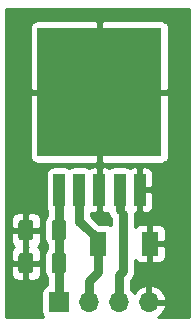
<source format=gbr>
G04 #@! TF.GenerationSoftware,KiCad,Pcbnew,(5.1.4-0-10_14)*
G04 #@! TF.CreationDate,2019-12-03T10:35:53-06:00*
G04 #@! TF.ProjectId,LM2592 Breakout Board,4c4d3235-3932-4204-9272-65616b6f7574,v0.1*
G04 #@! TF.SameCoordinates,Original*
G04 #@! TF.FileFunction,Copper,L1,Top*
G04 #@! TF.FilePolarity,Positive*
%FSLAX46Y46*%
G04 Gerber Fmt 4.6, Leading zero omitted, Abs format (unit mm)*
G04 Created by KiCad (PCBNEW (5.1.4-0-10_14)) date 2019-12-03 10:35:53*
%MOMM*%
%LPD*%
G04 APERTURE LIST*
%ADD10R,1.700000X1.700000*%
%ADD11O,1.700000X1.700000*%
%ADD12R,1.016000X2.692400*%
%ADD13R,10.464800X10.871200*%
%ADD14C,0.100000*%
%ADD15C,1.250000*%
%ADD16R,1.400000X2.100000*%
%ADD17C,0.762000*%
%ADD18C,0.381000*%
%ADD19C,0.254000*%
G04 APERTURE END LIST*
D10*
X173990000Y-96139000D03*
D11*
X176530000Y-96139000D03*
X179070000Y-96139000D03*
X181610000Y-96139000D03*
D12*
X174015400Y-86639400D03*
X175717200Y-86639400D03*
X177419000Y-86639400D03*
X179120800Y-86639400D03*
X180822600Y-86639400D03*
D13*
X177419000Y-78359000D03*
D14*
G36*
X174389504Y-91963204D02*
G01*
X174413773Y-91966804D01*
X174437571Y-91972765D01*
X174460671Y-91981030D01*
X174482849Y-91991520D01*
X174503893Y-92004133D01*
X174523598Y-92018747D01*
X174541777Y-92035223D01*
X174558253Y-92053402D01*
X174572867Y-92073107D01*
X174585480Y-92094151D01*
X174595970Y-92116329D01*
X174604235Y-92139429D01*
X174610196Y-92163227D01*
X174613796Y-92187496D01*
X174615000Y-92212000D01*
X174615000Y-93462000D01*
X174613796Y-93486504D01*
X174610196Y-93510773D01*
X174604235Y-93534571D01*
X174595970Y-93557671D01*
X174585480Y-93579849D01*
X174572867Y-93600893D01*
X174558253Y-93620598D01*
X174541777Y-93638777D01*
X174523598Y-93655253D01*
X174503893Y-93669867D01*
X174482849Y-93682480D01*
X174460671Y-93692970D01*
X174437571Y-93701235D01*
X174413773Y-93707196D01*
X174389504Y-93710796D01*
X174365000Y-93712000D01*
X173615000Y-93712000D01*
X173590496Y-93710796D01*
X173566227Y-93707196D01*
X173542429Y-93701235D01*
X173519329Y-93692970D01*
X173497151Y-93682480D01*
X173476107Y-93669867D01*
X173456402Y-93655253D01*
X173438223Y-93638777D01*
X173421747Y-93620598D01*
X173407133Y-93600893D01*
X173394520Y-93579849D01*
X173384030Y-93557671D01*
X173375765Y-93534571D01*
X173369804Y-93510773D01*
X173366204Y-93486504D01*
X173365000Y-93462000D01*
X173365000Y-92212000D01*
X173366204Y-92187496D01*
X173369804Y-92163227D01*
X173375765Y-92139429D01*
X173384030Y-92116329D01*
X173394520Y-92094151D01*
X173407133Y-92073107D01*
X173421747Y-92053402D01*
X173438223Y-92035223D01*
X173456402Y-92018747D01*
X173476107Y-92004133D01*
X173497151Y-91991520D01*
X173519329Y-91981030D01*
X173542429Y-91972765D01*
X173566227Y-91966804D01*
X173590496Y-91963204D01*
X173615000Y-91962000D01*
X174365000Y-91962000D01*
X174389504Y-91963204D01*
X174389504Y-91963204D01*
G37*
D15*
X173990000Y-92837000D03*
D14*
G36*
X171589504Y-91963204D02*
G01*
X171613773Y-91966804D01*
X171637571Y-91972765D01*
X171660671Y-91981030D01*
X171682849Y-91991520D01*
X171703893Y-92004133D01*
X171723598Y-92018747D01*
X171741777Y-92035223D01*
X171758253Y-92053402D01*
X171772867Y-92073107D01*
X171785480Y-92094151D01*
X171795970Y-92116329D01*
X171804235Y-92139429D01*
X171810196Y-92163227D01*
X171813796Y-92187496D01*
X171815000Y-92212000D01*
X171815000Y-93462000D01*
X171813796Y-93486504D01*
X171810196Y-93510773D01*
X171804235Y-93534571D01*
X171795970Y-93557671D01*
X171785480Y-93579849D01*
X171772867Y-93600893D01*
X171758253Y-93620598D01*
X171741777Y-93638777D01*
X171723598Y-93655253D01*
X171703893Y-93669867D01*
X171682849Y-93682480D01*
X171660671Y-93692970D01*
X171637571Y-93701235D01*
X171613773Y-93707196D01*
X171589504Y-93710796D01*
X171565000Y-93712000D01*
X170815000Y-93712000D01*
X170790496Y-93710796D01*
X170766227Y-93707196D01*
X170742429Y-93701235D01*
X170719329Y-93692970D01*
X170697151Y-93682480D01*
X170676107Y-93669867D01*
X170656402Y-93655253D01*
X170638223Y-93638777D01*
X170621747Y-93620598D01*
X170607133Y-93600893D01*
X170594520Y-93579849D01*
X170584030Y-93557671D01*
X170575765Y-93534571D01*
X170569804Y-93510773D01*
X170566204Y-93486504D01*
X170565000Y-93462000D01*
X170565000Y-92212000D01*
X170566204Y-92187496D01*
X170569804Y-92163227D01*
X170575765Y-92139429D01*
X170584030Y-92116329D01*
X170594520Y-92094151D01*
X170607133Y-92073107D01*
X170621747Y-92053402D01*
X170638223Y-92035223D01*
X170656402Y-92018747D01*
X170676107Y-92004133D01*
X170697151Y-91991520D01*
X170719329Y-91981030D01*
X170742429Y-91972765D01*
X170766227Y-91966804D01*
X170790496Y-91963204D01*
X170815000Y-91962000D01*
X171565000Y-91962000D01*
X171589504Y-91963204D01*
X171589504Y-91963204D01*
G37*
D15*
X171190000Y-92837000D03*
D14*
G36*
X171589504Y-89169204D02*
G01*
X171613773Y-89172804D01*
X171637571Y-89178765D01*
X171660671Y-89187030D01*
X171682849Y-89197520D01*
X171703893Y-89210133D01*
X171723598Y-89224747D01*
X171741777Y-89241223D01*
X171758253Y-89259402D01*
X171772867Y-89279107D01*
X171785480Y-89300151D01*
X171795970Y-89322329D01*
X171804235Y-89345429D01*
X171810196Y-89369227D01*
X171813796Y-89393496D01*
X171815000Y-89418000D01*
X171815000Y-90668000D01*
X171813796Y-90692504D01*
X171810196Y-90716773D01*
X171804235Y-90740571D01*
X171795970Y-90763671D01*
X171785480Y-90785849D01*
X171772867Y-90806893D01*
X171758253Y-90826598D01*
X171741777Y-90844777D01*
X171723598Y-90861253D01*
X171703893Y-90875867D01*
X171682849Y-90888480D01*
X171660671Y-90898970D01*
X171637571Y-90907235D01*
X171613773Y-90913196D01*
X171589504Y-90916796D01*
X171565000Y-90918000D01*
X170815000Y-90918000D01*
X170790496Y-90916796D01*
X170766227Y-90913196D01*
X170742429Y-90907235D01*
X170719329Y-90898970D01*
X170697151Y-90888480D01*
X170676107Y-90875867D01*
X170656402Y-90861253D01*
X170638223Y-90844777D01*
X170621747Y-90826598D01*
X170607133Y-90806893D01*
X170594520Y-90785849D01*
X170584030Y-90763671D01*
X170575765Y-90740571D01*
X170569804Y-90716773D01*
X170566204Y-90692504D01*
X170565000Y-90668000D01*
X170565000Y-89418000D01*
X170566204Y-89393496D01*
X170569804Y-89369227D01*
X170575765Y-89345429D01*
X170584030Y-89322329D01*
X170594520Y-89300151D01*
X170607133Y-89279107D01*
X170621747Y-89259402D01*
X170638223Y-89241223D01*
X170656402Y-89224747D01*
X170676107Y-89210133D01*
X170697151Y-89197520D01*
X170719329Y-89187030D01*
X170742429Y-89178765D01*
X170766227Y-89172804D01*
X170790496Y-89169204D01*
X170815000Y-89168000D01*
X171565000Y-89168000D01*
X171589504Y-89169204D01*
X171589504Y-89169204D01*
G37*
D15*
X171190000Y-90043000D03*
D14*
G36*
X174389504Y-89169204D02*
G01*
X174413773Y-89172804D01*
X174437571Y-89178765D01*
X174460671Y-89187030D01*
X174482849Y-89197520D01*
X174503893Y-89210133D01*
X174523598Y-89224747D01*
X174541777Y-89241223D01*
X174558253Y-89259402D01*
X174572867Y-89279107D01*
X174585480Y-89300151D01*
X174595970Y-89322329D01*
X174604235Y-89345429D01*
X174610196Y-89369227D01*
X174613796Y-89393496D01*
X174615000Y-89418000D01*
X174615000Y-90668000D01*
X174613796Y-90692504D01*
X174610196Y-90716773D01*
X174604235Y-90740571D01*
X174595970Y-90763671D01*
X174585480Y-90785849D01*
X174572867Y-90806893D01*
X174558253Y-90826598D01*
X174541777Y-90844777D01*
X174523598Y-90861253D01*
X174503893Y-90875867D01*
X174482849Y-90888480D01*
X174460671Y-90898970D01*
X174437571Y-90907235D01*
X174413773Y-90913196D01*
X174389504Y-90916796D01*
X174365000Y-90918000D01*
X173615000Y-90918000D01*
X173590496Y-90916796D01*
X173566227Y-90913196D01*
X173542429Y-90907235D01*
X173519329Y-90898970D01*
X173497151Y-90888480D01*
X173476107Y-90875867D01*
X173456402Y-90861253D01*
X173438223Y-90844777D01*
X173421747Y-90826598D01*
X173407133Y-90806893D01*
X173394520Y-90785849D01*
X173384030Y-90763671D01*
X173375765Y-90740571D01*
X173369804Y-90716773D01*
X173366204Y-90692504D01*
X173365000Y-90668000D01*
X173365000Y-89418000D01*
X173366204Y-89393496D01*
X173369804Y-89369227D01*
X173375765Y-89345429D01*
X173384030Y-89322329D01*
X173394520Y-89300151D01*
X173407133Y-89279107D01*
X173421747Y-89259402D01*
X173438223Y-89241223D01*
X173456402Y-89224747D01*
X173476107Y-89210133D01*
X173497151Y-89197520D01*
X173519329Y-89187030D01*
X173542429Y-89178765D01*
X173566227Y-89172804D01*
X173590496Y-89169204D01*
X173615000Y-89168000D01*
X174365000Y-89168000D01*
X174389504Y-89169204D01*
X174389504Y-89169204D01*
G37*
D15*
X173990000Y-90043000D03*
D16*
X177292000Y-91186000D03*
X181692000Y-91186000D03*
D17*
X174015400Y-86639400D02*
X174015400Y-90144600D01*
D18*
X174015400Y-90144600D02*
X173990000Y-90170000D01*
D17*
X173990000Y-90170000D02*
X173990000Y-96012000D01*
D18*
X179120800Y-88366600D02*
X179425600Y-88671400D01*
D17*
X179120800Y-86639400D02*
X179120800Y-88366600D01*
X179425600Y-88671400D02*
X179425600Y-93522800D01*
X179425600Y-93522800D02*
X179070000Y-93878400D01*
X179070000Y-93878400D02*
X179070000Y-96113600D01*
X175813200Y-89357200D02*
X177292000Y-90836000D01*
X177292000Y-90836000D02*
X177292000Y-93573600D01*
X177292000Y-93573600D02*
X176530000Y-94335600D01*
X176530000Y-94335600D02*
X176530000Y-95554800D01*
D18*
X175717200Y-89357200D02*
X175813200Y-89357200D01*
D17*
X175717200Y-86639400D02*
X175717200Y-89357200D01*
D19*
G36*
X184963201Y-97384000D02*
G01*
X182412637Y-97384000D01*
X182610269Y-97236588D01*
X182805178Y-97020355D01*
X182954157Y-96770252D01*
X183051481Y-96495891D01*
X182930814Y-96266000D01*
X181737000Y-96266000D01*
X181737000Y-96286000D01*
X181483000Y-96286000D01*
X181483000Y-96266000D01*
X181463000Y-96266000D01*
X181463000Y-96012000D01*
X181483000Y-96012000D01*
X181483000Y-94818845D01*
X181737000Y-94818845D01*
X181737000Y-96012000D01*
X182930814Y-96012000D01*
X183051481Y-95782109D01*
X182954157Y-95507748D01*
X182805178Y-95257645D01*
X182610269Y-95041412D01*
X182376920Y-94867359D01*
X182114099Y-94742175D01*
X181966890Y-94697524D01*
X181737000Y-94818845D01*
X181483000Y-94818845D01*
X181253110Y-94697524D01*
X181105901Y-94742175D01*
X180843080Y-94867359D01*
X180609731Y-95041412D01*
X180414822Y-95257645D01*
X180345201Y-95374523D01*
X180310706Y-95309986D01*
X180125134Y-95083866D01*
X180086000Y-95051750D01*
X180086000Y-94299240D01*
X180108727Y-94276513D01*
X180147496Y-94244696D01*
X180274460Y-94089990D01*
X180368802Y-93913487D01*
X180426898Y-93721971D01*
X180441600Y-93572702D01*
X180441600Y-93572695D01*
X180446514Y-93522801D01*
X180441600Y-93472907D01*
X180441600Y-92553334D01*
X180461463Y-92590494D01*
X180540815Y-92687185D01*
X180637506Y-92766537D01*
X180747820Y-92825502D01*
X180867518Y-92861812D01*
X180992000Y-92874072D01*
X181406250Y-92871000D01*
X181565000Y-92712250D01*
X181565000Y-91313000D01*
X181819000Y-91313000D01*
X181819000Y-92712250D01*
X181977750Y-92871000D01*
X182392000Y-92874072D01*
X182516482Y-92861812D01*
X182636180Y-92825502D01*
X182746494Y-92766537D01*
X182843185Y-92687185D01*
X182922537Y-92590494D01*
X182981502Y-92480180D01*
X183017812Y-92360482D01*
X183030072Y-92236000D01*
X183027000Y-91471750D01*
X182868250Y-91313000D01*
X181819000Y-91313000D01*
X181565000Y-91313000D01*
X181545000Y-91313000D01*
X181545000Y-91059000D01*
X181565000Y-91059000D01*
X181565000Y-89659750D01*
X181819000Y-89659750D01*
X181819000Y-91059000D01*
X182868250Y-91059000D01*
X183027000Y-90900250D01*
X183030072Y-90136000D01*
X183017812Y-90011518D01*
X182981502Y-89891820D01*
X182922537Y-89781506D01*
X182843185Y-89684815D01*
X182746494Y-89605463D01*
X182636180Y-89546498D01*
X182516482Y-89510188D01*
X182392000Y-89497928D01*
X181977750Y-89501000D01*
X181819000Y-89659750D01*
X181565000Y-89659750D01*
X181406250Y-89501000D01*
X180992000Y-89497928D01*
X180867518Y-89510188D01*
X180747820Y-89546498D01*
X180637506Y-89605463D01*
X180540815Y-89684815D01*
X180461463Y-89781506D01*
X180441600Y-89818666D01*
X180441600Y-88621917D01*
X180536850Y-88620600D01*
X180695600Y-88461850D01*
X180695600Y-86766400D01*
X180949600Y-86766400D01*
X180949600Y-88461850D01*
X181108350Y-88620600D01*
X181330600Y-88623672D01*
X181455082Y-88611412D01*
X181574780Y-88575102D01*
X181685094Y-88516137D01*
X181781785Y-88436785D01*
X181861137Y-88340094D01*
X181920102Y-88229780D01*
X181956412Y-88110082D01*
X181968672Y-87985600D01*
X181965600Y-86925150D01*
X181806850Y-86766400D01*
X180949600Y-86766400D01*
X180695600Y-86766400D01*
X180675600Y-86766400D01*
X180675600Y-86512400D01*
X180695600Y-86512400D01*
X180695600Y-84816950D01*
X180949600Y-84816950D01*
X180949600Y-86512400D01*
X181806850Y-86512400D01*
X181965600Y-86353650D01*
X181968672Y-85293200D01*
X181956412Y-85168718D01*
X181920102Y-85049020D01*
X181861137Y-84938706D01*
X181781785Y-84842015D01*
X181685094Y-84762663D01*
X181574780Y-84703698D01*
X181455082Y-84667388D01*
X181330600Y-84655128D01*
X181108350Y-84658200D01*
X180949600Y-84816950D01*
X180695600Y-84816950D01*
X180536850Y-84658200D01*
X180314600Y-84655128D01*
X180190118Y-84667388D01*
X180070420Y-84703698D01*
X179971700Y-84756466D01*
X179872980Y-84703698D01*
X179753282Y-84667388D01*
X179628800Y-84655128D01*
X178612800Y-84655128D01*
X178488318Y-84667388D01*
X178368620Y-84703698D01*
X178269900Y-84756466D01*
X178171180Y-84703698D01*
X178051482Y-84667388D01*
X177927000Y-84655128D01*
X177704750Y-84658200D01*
X177546000Y-84816950D01*
X177546000Y-86512400D01*
X177566000Y-86512400D01*
X177566000Y-86766400D01*
X177546000Y-86766400D01*
X177546000Y-88461850D01*
X177704750Y-88620600D01*
X177927000Y-88623672D01*
X178051482Y-88611412D01*
X178126450Y-88588671D01*
X178177599Y-88757287D01*
X178271941Y-88933790D01*
X178398905Y-89088496D01*
X178409600Y-89097273D01*
X178409600Y-89657253D01*
X178346494Y-89605463D01*
X178236180Y-89546498D01*
X178116482Y-89510188D01*
X177992000Y-89497928D01*
X177390769Y-89497928D01*
X176733200Y-88840360D01*
X176733200Y-88595238D01*
X176786518Y-88611412D01*
X176911000Y-88623672D01*
X177133250Y-88620600D01*
X177292000Y-88461850D01*
X177292000Y-86766400D01*
X177272000Y-86766400D01*
X177272000Y-86512400D01*
X177292000Y-86512400D01*
X177292000Y-84816950D01*
X177133250Y-84658200D01*
X176911000Y-84655128D01*
X176786518Y-84667388D01*
X176666820Y-84703698D01*
X176568100Y-84756466D01*
X176469380Y-84703698D01*
X176349682Y-84667388D01*
X176225200Y-84655128D01*
X175209200Y-84655128D01*
X175084718Y-84667388D01*
X174965020Y-84703698D01*
X174866300Y-84756466D01*
X174767580Y-84703698D01*
X174647882Y-84667388D01*
X174523400Y-84655128D01*
X173507400Y-84655128D01*
X173382918Y-84667388D01*
X173263220Y-84703698D01*
X173152906Y-84762663D01*
X173056215Y-84842015D01*
X172976863Y-84938706D01*
X172917898Y-85049020D01*
X172881588Y-85168718D01*
X172869328Y-85293200D01*
X172869328Y-87985600D01*
X172881588Y-88110082D01*
X172917898Y-88229780D01*
X172976863Y-88340094D01*
X172999400Y-88367556D01*
X172999401Y-88779892D01*
X172987038Y-88790038D01*
X172876595Y-88924614D01*
X172794528Y-89078150D01*
X172743992Y-89244746D01*
X172726928Y-89418000D01*
X172726928Y-90668000D01*
X172743992Y-90841254D01*
X172794528Y-91007850D01*
X172876595Y-91161386D01*
X172974000Y-91280075D01*
X172974000Y-91599925D01*
X172876595Y-91718614D01*
X172794528Y-91872150D01*
X172743992Y-92038746D01*
X172726928Y-92212000D01*
X172726928Y-93462000D01*
X172743992Y-93635254D01*
X172794528Y-93801850D01*
X172876595Y-93955386D01*
X172974001Y-94074076D01*
X172974001Y-94675782D01*
X172895820Y-94699498D01*
X172785506Y-94758463D01*
X172688815Y-94837815D01*
X172609463Y-94934506D01*
X172550498Y-95044820D01*
X172514188Y-95164518D01*
X172501928Y-95289000D01*
X172501928Y-96989000D01*
X172514188Y-97113482D01*
X172550498Y-97233180D01*
X172609463Y-97343494D01*
X172642705Y-97384000D01*
X169519200Y-97384000D01*
X169519200Y-93712000D01*
X169926928Y-93712000D01*
X169939188Y-93836482D01*
X169975498Y-93956180D01*
X170034463Y-94066494D01*
X170113815Y-94163185D01*
X170210506Y-94242537D01*
X170320820Y-94301502D01*
X170440518Y-94337812D01*
X170565000Y-94350072D01*
X170904250Y-94347000D01*
X171063000Y-94188250D01*
X171063000Y-92964000D01*
X171317000Y-92964000D01*
X171317000Y-94188250D01*
X171475750Y-94347000D01*
X171815000Y-94350072D01*
X171939482Y-94337812D01*
X172059180Y-94301502D01*
X172169494Y-94242537D01*
X172266185Y-94163185D01*
X172345537Y-94066494D01*
X172404502Y-93956180D01*
X172440812Y-93836482D01*
X172453072Y-93712000D01*
X172450000Y-93122750D01*
X172291250Y-92964000D01*
X171317000Y-92964000D01*
X171063000Y-92964000D01*
X170088750Y-92964000D01*
X169930000Y-93122750D01*
X169926928Y-93712000D01*
X169519200Y-93712000D01*
X169519200Y-90918000D01*
X169926928Y-90918000D01*
X169939188Y-91042482D01*
X169975498Y-91162180D01*
X170034463Y-91272494D01*
X170113815Y-91369185D01*
X170200104Y-91440000D01*
X170113815Y-91510815D01*
X170034463Y-91607506D01*
X169975498Y-91717820D01*
X169939188Y-91837518D01*
X169926928Y-91962000D01*
X169930000Y-92551250D01*
X170088750Y-92710000D01*
X171063000Y-92710000D01*
X171063000Y-91485750D01*
X171017250Y-91440000D01*
X171063000Y-91394250D01*
X171063000Y-90170000D01*
X171317000Y-90170000D01*
X171317000Y-91394250D01*
X171362750Y-91440000D01*
X171317000Y-91485750D01*
X171317000Y-92710000D01*
X172291250Y-92710000D01*
X172450000Y-92551250D01*
X172453072Y-91962000D01*
X172440812Y-91837518D01*
X172404502Y-91717820D01*
X172345537Y-91607506D01*
X172266185Y-91510815D01*
X172179896Y-91440000D01*
X172266185Y-91369185D01*
X172345537Y-91272494D01*
X172404502Y-91162180D01*
X172440812Y-91042482D01*
X172453072Y-90918000D01*
X172450000Y-90328750D01*
X172291250Y-90170000D01*
X171317000Y-90170000D01*
X171063000Y-90170000D01*
X170088750Y-90170000D01*
X169930000Y-90328750D01*
X169926928Y-90918000D01*
X169519200Y-90918000D01*
X169519200Y-89168000D01*
X169926928Y-89168000D01*
X169930000Y-89757250D01*
X170088750Y-89916000D01*
X171063000Y-89916000D01*
X171063000Y-88691750D01*
X171317000Y-88691750D01*
X171317000Y-89916000D01*
X172291250Y-89916000D01*
X172450000Y-89757250D01*
X172453072Y-89168000D01*
X172440812Y-89043518D01*
X172404502Y-88923820D01*
X172345537Y-88813506D01*
X172266185Y-88716815D01*
X172169494Y-88637463D01*
X172059180Y-88578498D01*
X171939482Y-88542188D01*
X171815000Y-88529928D01*
X171475750Y-88533000D01*
X171317000Y-88691750D01*
X171063000Y-88691750D01*
X170904250Y-88533000D01*
X170565000Y-88529928D01*
X170440518Y-88542188D01*
X170320820Y-88578498D01*
X170210506Y-88637463D01*
X170113815Y-88716815D01*
X170034463Y-88813506D01*
X169975498Y-88923820D01*
X169939188Y-89043518D01*
X169926928Y-89168000D01*
X169519200Y-89168000D01*
X169519200Y-83794600D01*
X171548528Y-83794600D01*
X171560788Y-83919082D01*
X171597098Y-84038780D01*
X171656063Y-84149094D01*
X171735415Y-84245785D01*
X171832106Y-84325137D01*
X171942420Y-84384102D01*
X172062118Y-84420412D01*
X172186600Y-84432672D01*
X177133250Y-84429600D01*
X177292000Y-84270850D01*
X177292000Y-78486000D01*
X177546000Y-78486000D01*
X177546000Y-84270850D01*
X177704750Y-84429600D01*
X182651400Y-84432672D01*
X182775882Y-84420412D01*
X182895580Y-84384102D01*
X183005894Y-84325137D01*
X183102585Y-84245785D01*
X183181937Y-84149094D01*
X183240902Y-84038780D01*
X183277212Y-83919082D01*
X183289472Y-83794600D01*
X183286400Y-78644750D01*
X183127650Y-78486000D01*
X177546000Y-78486000D01*
X177292000Y-78486000D01*
X171710350Y-78486000D01*
X171551600Y-78644750D01*
X171548528Y-83794600D01*
X169519200Y-83794600D01*
X169519200Y-72923400D01*
X171548528Y-72923400D01*
X171551600Y-78073250D01*
X171710350Y-78232000D01*
X177292000Y-78232000D01*
X177292000Y-72447150D01*
X177546000Y-72447150D01*
X177546000Y-78232000D01*
X183127650Y-78232000D01*
X183286400Y-78073250D01*
X183289472Y-72923400D01*
X183277212Y-72798918D01*
X183240902Y-72679220D01*
X183181937Y-72568906D01*
X183102585Y-72472215D01*
X183005894Y-72392863D01*
X182895580Y-72333898D01*
X182775882Y-72297588D01*
X182651400Y-72285328D01*
X177704750Y-72288400D01*
X177546000Y-72447150D01*
X177292000Y-72447150D01*
X177133250Y-72288400D01*
X172186600Y-72285328D01*
X172062118Y-72297588D01*
X171942420Y-72333898D01*
X171832106Y-72392863D01*
X171735415Y-72472215D01*
X171656063Y-72568906D01*
X171597098Y-72679220D01*
X171560788Y-72798918D01*
X171548528Y-72923400D01*
X169519200Y-72923400D01*
X169519200Y-71322800D01*
X184963200Y-71322800D01*
X184963201Y-97384000D01*
X184963201Y-97384000D01*
G37*
X184963201Y-97384000D02*
X182412637Y-97384000D01*
X182610269Y-97236588D01*
X182805178Y-97020355D01*
X182954157Y-96770252D01*
X183051481Y-96495891D01*
X182930814Y-96266000D01*
X181737000Y-96266000D01*
X181737000Y-96286000D01*
X181483000Y-96286000D01*
X181483000Y-96266000D01*
X181463000Y-96266000D01*
X181463000Y-96012000D01*
X181483000Y-96012000D01*
X181483000Y-94818845D01*
X181737000Y-94818845D01*
X181737000Y-96012000D01*
X182930814Y-96012000D01*
X183051481Y-95782109D01*
X182954157Y-95507748D01*
X182805178Y-95257645D01*
X182610269Y-95041412D01*
X182376920Y-94867359D01*
X182114099Y-94742175D01*
X181966890Y-94697524D01*
X181737000Y-94818845D01*
X181483000Y-94818845D01*
X181253110Y-94697524D01*
X181105901Y-94742175D01*
X180843080Y-94867359D01*
X180609731Y-95041412D01*
X180414822Y-95257645D01*
X180345201Y-95374523D01*
X180310706Y-95309986D01*
X180125134Y-95083866D01*
X180086000Y-95051750D01*
X180086000Y-94299240D01*
X180108727Y-94276513D01*
X180147496Y-94244696D01*
X180274460Y-94089990D01*
X180368802Y-93913487D01*
X180426898Y-93721971D01*
X180441600Y-93572702D01*
X180441600Y-93572695D01*
X180446514Y-93522801D01*
X180441600Y-93472907D01*
X180441600Y-92553334D01*
X180461463Y-92590494D01*
X180540815Y-92687185D01*
X180637506Y-92766537D01*
X180747820Y-92825502D01*
X180867518Y-92861812D01*
X180992000Y-92874072D01*
X181406250Y-92871000D01*
X181565000Y-92712250D01*
X181565000Y-91313000D01*
X181819000Y-91313000D01*
X181819000Y-92712250D01*
X181977750Y-92871000D01*
X182392000Y-92874072D01*
X182516482Y-92861812D01*
X182636180Y-92825502D01*
X182746494Y-92766537D01*
X182843185Y-92687185D01*
X182922537Y-92590494D01*
X182981502Y-92480180D01*
X183017812Y-92360482D01*
X183030072Y-92236000D01*
X183027000Y-91471750D01*
X182868250Y-91313000D01*
X181819000Y-91313000D01*
X181565000Y-91313000D01*
X181545000Y-91313000D01*
X181545000Y-91059000D01*
X181565000Y-91059000D01*
X181565000Y-89659750D01*
X181819000Y-89659750D01*
X181819000Y-91059000D01*
X182868250Y-91059000D01*
X183027000Y-90900250D01*
X183030072Y-90136000D01*
X183017812Y-90011518D01*
X182981502Y-89891820D01*
X182922537Y-89781506D01*
X182843185Y-89684815D01*
X182746494Y-89605463D01*
X182636180Y-89546498D01*
X182516482Y-89510188D01*
X182392000Y-89497928D01*
X181977750Y-89501000D01*
X181819000Y-89659750D01*
X181565000Y-89659750D01*
X181406250Y-89501000D01*
X180992000Y-89497928D01*
X180867518Y-89510188D01*
X180747820Y-89546498D01*
X180637506Y-89605463D01*
X180540815Y-89684815D01*
X180461463Y-89781506D01*
X180441600Y-89818666D01*
X180441600Y-88621917D01*
X180536850Y-88620600D01*
X180695600Y-88461850D01*
X180695600Y-86766400D01*
X180949600Y-86766400D01*
X180949600Y-88461850D01*
X181108350Y-88620600D01*
X181330600Y-88623672D01*
X181455082Y-88611412D01*
X181574780Y-88575102D01*
X181685094Y-88516137D01*
X181781785Y-88436785D01*
X181861137Y-88340094D01*
X181920102Y-88229780D01*
X181956412Y-88110082D01*
X181968672Y-87985600D01*
X181965600Y-86925150D01*
X181806850Y-86766400D01*
X180949600Y-86766400D01*
X180695600Y-86766400D01*
X180675600Y-86766400D01*
X180675600Y-86512400D01*
X180695600Y-86512400D01*
X180695600Y-84816950D01*
X180949600Y-84816950D01*
X180949600Y-86512400D01*
X181806850Y-86512400D01*
X181965600Y-86353650D01*
X181968672Y-85293200D01*
X181956412Y-85168718D01*
X181920102Y-85049020D01*
X181861137Y-84938706D01*
X181781785Y-84842015D01*
X181685094Y-84762663D01*
X181574780Y-84703698D01*
X181455082Y-84667388D01*
X181330600Y-84655128D01*
X181108350Y-84658200D01*
X180949600Y-84816950D01*
X180695600Y-84816950D01*
X180536850Y-84658200D01*
X180314600Y-84655128D01*
X180190118Y-84667388D01*
X180070420Y-84703698D01*
X179971700Y-84756466D01*
X179872980Y-84703698D01*
X179753282Y-84667388D01*
X179628800Y-84655128D01*
X178612800Y-84655128D01*
X178488318Y-84667388D01*
X178368620Y-84703698D01*
X178269900Y-84756466D01*
X178171180Y-84703698D01*
X178051482Y-84667388D01*
X177927000Y-84655128D01*
X177704750Y-84658200D01*
X177546000Y-84816950D01*
X177546000Y-86512400D01*
X177566000Y-86512400D01*
X177566000Y-86766400D01*
X177546000Y-86766400D01*
X177546000Y-88461850D01*
X177704750Y-88620600D01*
X177927000Y-88623672D01*
X178051482Y-88611412D01*
X178126450Y-88588671D01*
X178177599Y-88757287D01*
X178271941Y-88933790D01*
X178398905Y-89088496D01*
X178409600Y-89097273D01*
X178409600Y-89657253D01*
X178346494Y-89605463D01*
X178236180Y-89546498D01*
X178116482Y-89510188D01*
X177992000Y-89497928D01*
X177390769Y-89497928D01*
X176733200Y-88840360D01*
X176733200Y-88595238D01*
X176786518Y-88611412D01*
X176911000Y-88623672D01*
X177133250Y-88620600D01*
X177292000Y-88461850D01*
X177292000Y-86766400D01*
X177272000Y-86766400D01*
X177272000Y-86512400D01*
X177292000Y-86512400D01*
X177292000Y-84816950D01*
X177133250Y-84658200D01*
X176911000Y-84655128D01*
X176786518Y-84667388D01*
X176666820Y-84703698D01*
X176568100Y-84756466D01*
X176469380Y-84703698D01*
X176349682Y-84667388D01*
X176225200Y-84655128D01*
X175209200Y-84655128D01*
X175084718Y-84667388D01*
X174965020Y-84703698D01*
X174866300Y-84756466D01*
X174767580Y-84703698D01*
X174647882Y-84667388D01*
X174523400Y-84655128D01*
X173507400Y-84655128D01*
X173382918Y-84667388D01*
X173263220Y-84703698D01*
X173152906Y-84762663D01*
X173056215Y-84842015D01*
X172976863Y-84938706D01*
X172917898Y-85049020D01*
X172881588Y-85168718D01*
X172869328Y-85293200D01*
X172869328Y-87985600D01*
X172881588Y-88110082D01*
X172917898Y-88229780D01*
X172976863Y-88340094D01*
X172999400Y-88367556D01*
X172999401Y-88779892D01*
X172987038Y-88790038D01*
X172876595Y-88924614D01*
X172794528Y-89078150D01*
X172743992Y-89244746D01*
X172726928Y-89418000D01*
X172726928Y-90668000D01*
X172743992Y-90841254D01*
X172794528Y-91007850D01*
X172876595Y-91161386D01*
X172974000Y-91280075D01*
X172974000Y-91599925D01*
X172876595Y-91718614D01*
X172794528Y-91872150D01*
X172743992Y-92038746D01*
X172726928Y-92212000D01*
X172726928Y-93462000D01*
X172743992Y-93635254D01*
X172794528Y-93801850D01*
X172876595Y-93955386D01*
X172974001Y-94074076D01*
X172974001Y-94675782D01*
X172895820Y-94699498D01*
X172785506Y-94758463D01*
X172688815Y-94837815D01*
X172609463Y-94934506D01*
X172550498Y-95044820D01*
X172514188Y-95164518D01*
X172501928Y-95289000D01*
X172501928Y-96989000D01*
X172514188Y-97113482D01*
X172550498Y-97233180D01*
X172609463Y-97343494D01*
X172642705Y-97384000D01*
X169519200Y-97384000D01*
X169519200Y-93712000D01*
X169926928Y-93712000D01*
X169939188Y-93836482D01*
X169975498Y-93956180D01*
X170034463Y-94066494D01*
X170113815Y-94163185D01*
X170210506Y-94242537D01*
X170320820Y-94301502D01*
X170440518Y-94337812D01*
X170565000Y-94350072D01*
X170904250Y-94347000D01*
X171063000Y-94188250D01*
X171063000Y-92964000D01*
X171317000Y-92964000D01*
X171317000Y-94188250D01*
X171475750Y-94347000D01*
X171815000Y-94350072D01*
X171939482Y-94337812D01*
X172059180Y-94301502D01*
X172169494Y-94242537D01*
X172266185Y-94163185D01*
X172345537Y-94066494D01*
X172404502Y-93956180D01*
X172440812Y-93836482D01*
X172453072Y-93712000D01*
X172450000Y-93122750D01*
X172291250Y-92964000D01*
X171317000Y-92964000D01*
X171063000Y-92964000D01*
X170088750Y-92964000D01*
X169930000Y-93122750D01*
X169926928Y-93712000D01*
X169519200Y-93712000D01*
X169519200Y-90918000D01*
X169926928Y-90918000D01*
X169939188Y-91042482D01*
X169975498Y-91162180D01*
X170034463Y-91272494D01*
X170113815Y-91369185D01*
X170200104Y-91440000D01*
X170113815Y-91510815D01*
X170034463Y-91607506D01*
X169975498Y-91717820D01*
X169939188Y-91837518D01*
X169926928Y-91962000D01*
X169930000Y-92551250D01*
X170088750Y-92710000D01*
X171063000Y-92710000D01*
X171063000Y-91485750D01*
X171017250Y-91440000D01*
X171063000Y-91394250D01*
X171063000Y-90170000D01*
X171317000Y-90170000D01*
X171317000Y-91394250D01*
X171362750Y-91440000D01*
X171317000Y-91485750D01*
X171317000Y-92710000D01*
X172291250Y-92710000D01*
X172450000Y-92551250D01*
X172453072Y-91962000D01*
X172440812Y-91837518D01*
X172404502Y-91717820D01*
X172345537Y-91607506D01*
X172266185Y-91510815D01*
X172179896Y-91440000D01*
X172266185Y-91369185D01*
X172345537Y-91272494D01*
X172404502Y-91162180D01*
X172440812Y-91042482D01*
X172453072Y-90918000D01*
X172450000Y-90328750D01*
X172291250Y-90170000D01*
X171317000Y-90170000D01*
X171063000Y-90170000D01*
X170088750Y-90170000D01*
X169930000Y-90328750D01*
X169926928Y-90918000D01*
X169519200Y-90918000D01*
X169519200Y-89168000D01*
X169926928Y-89168000D01*
X169930000Y-89757250D01*
X170088750Y-89916000D01*
X171063000Y-89916000D01*
X171063000Y-88691750D01*
X171317000Y-88691750D01*
X171317000Y-89916000D01*
X172291250Y-89916000D01*
X172450000Y-89757250D01*
X172453072Y-89168000D01*
X172440812Y-89043518D01*
X172404502Y-88923820D01*
X172345537Y-88813506D01*
X172266185Y-88716815D01*
X172169494Y-88637463D01*
X172059180Y-88578498D01*
X171939482Y-88542188D01*
X171815000Y-88529928D01*
X171475750Y-88533000D01*
X171317000Y-88691750D01*
X171063000Y-88691750D01*
X170904250Y-88533000D01*
X170565000Y-88529928D01*
X170440518Y-88542188D01*
X170320820Y-88578498D01*
X170210506Y-88637463D01*
X170113815Y-88716815D01*
X170034463Y-88813506D01*
X169975498Y-88923820D01*
X169939188Y-89043518D01*
X169926928Y-89168000D01*
X169519200Y-89168000D01*
X169519200Y-83794600D01*
X171548528Y-83794600D01*
X171560788Y-83919082D01*
X171597098Y-84038780D01*
X171656063Y-84149094D01*
X171735415Y-84245785D01*
X171832106Y-84325137D01*
X171942420Y-84384102D01*
X172062118Y-84420412D01*
X172186600Y-84432672D01*
X177133250Y-84429600D01*
X177292000Y-84270850D01*
X177292000Y-78486000D01*
X177546000Y-78486000D01*
X177546000Y-84270850D01*
X177704750Y-84429600D01*
X182651400Y-84432672D01*
X182775882Y-84420412D01*
X182895580Y-84384102D01*
X183005894Y-84325137D01*
X183102585Y-84245785D01*
X183181937Y-84149094D01*
X183240902Y-84038780D01*
X183277212Y-83919082D01*
X183289472Y-83794600D01*
X183286400Y-78644750D01*
X183127650Y-78486000D01*
X177546000Y-78486000D01*
X177292000Y-78486000D01*
X171710350Y-78486000D01*
X171551600Y-78644750D01*
X171548528Y-83794600D01*
X169519200Y-83794600D01*
X169519200Y-72923400D01*
X171548528Y-72923400D01*
X171551600Y-78073250D01*
X171710350Y-78232000D01*
X177292000Y-78232000D01*
X177292000Y-72447150D01*
X177546000Y-72447150D01*
X177546000Y-78232000D01*
X183127650Y-78232000D01*
X183286400Y-78073250D01*
X183289472Y-72923400D01*
X183277212Y-72798918D01*
X183240902Y-72679220D01*
X183181937Y-72568906D01*
X183102585Y-72472215D01*
X183005894Y-72392863D01*
X182895580Y-72333898D01*
X182775882Y-72297588D01*
X182651400Y-72285328D01*
X177704750Y-72288400D01*
X177546000Y-72447150D01*
X177292000Y-72447150D01*
X177133250Y-72288400D01*
X172186600Y-72285328D01*
X172062118Y-72297588D01*
X171942420Y-72333898D01*
X171832106Y-72392863D01*
X171735415Y-72472215D01*
X171656063Y-72568906D01*
X171597098Y-72679220D01*
X171560788Y-72798918D01*
X171548528Y-72923400D01*
X169519200Y-72923400D01*
X169519200Y-71322800D01*
X184963200Y-71322800D01*
X184963201Y-97384000D01*
M02*

</source>
